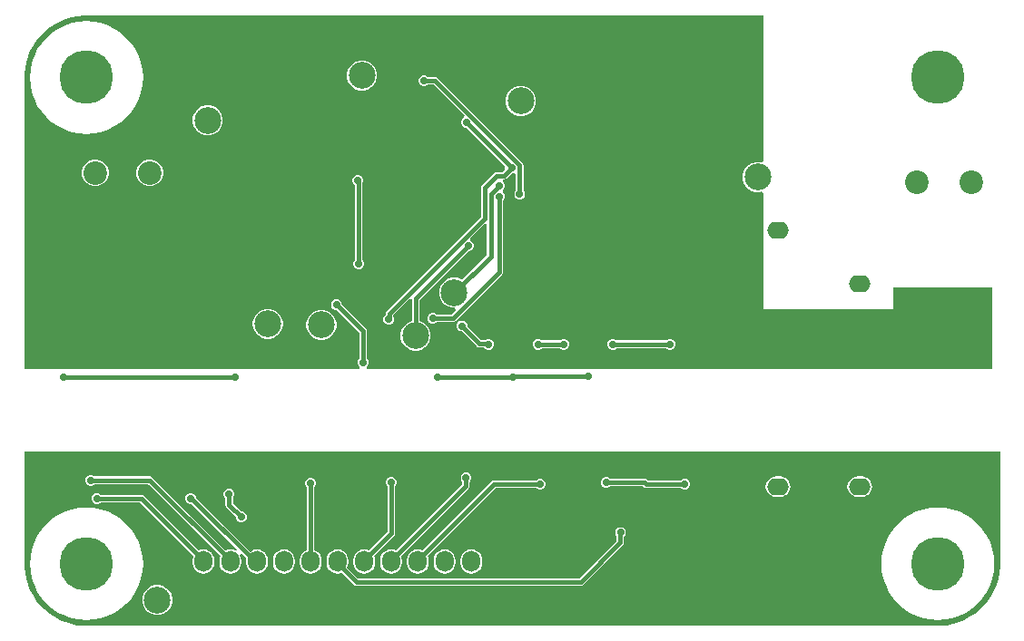
<source format=gbr>
%TF.GenerationSoftware,Altium Limited,Altium Designer,21.0.9 (235)*%
G04 Layer_Physical_Order=2*
G04 Layer_Color=16711680*
%FSLAX45Y45*%
%MOMM*%
%TF.SameCoordinates,71B597FC-B595-447E-897B-07A554CEBC7C*%
%TF.FilePolarity,Positive*%
%TF.FileFunction,Copper,L2,Bot,Signal*%
%TF.Part,Single*%
G01*
G75*
%TA.AperFunction,Conductor*%
%ADD25C,0.38100*%
%TA.AperFunction,ComponentPad*%
%ADD31C,2.50000*%
%ADD32C,5.00000*%
%ADD33C,2.20000*%
%ADD34O,2.00000X1.60000*%
G04:AMPARAMS|DCode=35|XSize=1.7mm|YSize=1.95mm|CornerRadius=0.85mm|HoleSize=0mm|Usage=FLASHONLY|Rotation=180.000|XOffset=0mm|YOffset=0mm|HoleType=Round|Shape=RoundedRectangle|*
%AMROUNDEDRECTD35*
21,1,1.70000,0.25000,0,0,180.0*
21,1,0.00000,1.95000,0,0,180.0*
1,1,1.70000,0.00000,0.12500*
1,1,1.70000,0.00000,0.12500*
1,1,1.70000,0.00000,-0.12500*
1,1,1.70000,0.00000,-0.12500*
%
%ADD35ROUNDEDRECTD35*%
G04:AMPARAMS|DCode=36|XSize=1.7mm|YSize=1.95mm|CornerRadius=0.1275mm|HoleSize=0mm|Usage=FLASHONLY|Rotation=180.000|XOffset=0mm|YOffset=0mm|HoleType=Round|Shape=RoundedRectangle|*
%AMROUNDEDRECTD36*
21,1,1.70000,1.69500,0,0,180.0*
21,1,1.44500,1.95000,0,0,180.0*
1,1,0.25500,-0.72250,0.84750*
1,1,0.25500,0.72250,0.84750*
1,1,0.25500,0.72250,-0.84750*
1,1,0.25500,-0.72250,-0.84750*
%
%ADD36ROUNDEDRECTD36*%
%TA.AperFunction,ViaPad*%
%ADD37C,0.50000*%
%ADD38C,0.70000*%
G36*
X7740000Y6049609D02*
X7740000Y4688216D01*
X7724133Y4676041D01*
X7708463Y4680240D01*
X7671537D01*
X7635869Y4670683D01*
X7603891Y4652220D01*
X7577780Y4626109D01*
X7559317Y4594131D01*
X7549760Y4558463D01*
Y4521537D01*
X7559317Y4485869D01*
X7577780Y4453891D01*
X7603891Y4427780D01*
X7635869Y4409317D01*
X7671537Y4399760D01*
X7708463D01*
X7724133Y4403959D01*
X7740000Y4391784D01*
Y3310000D01*
X8958238Y3310000D01*
Y3510000D01*
X9880000D01*
X9880000Y3310000D01*
Y2750000D01*
X4047182D01*
X4043293Y2757761D01*
X4041050Y2770000D01*
X4052591Y2781541D01*
X4060240Y2800007D01*
Y2819993D01*
X4052591Y2838459D01*
X4044962Y2846088D01*
Y3099999D01*
X4044962Y3100000D01*
X4042301Y3113379D01*
X4034722Y3124722D01*
X4034721Y3124722D01*
X3810240Y3349204D01*
Y3359993D01*
X3802591Y3378459D01*
X3788459Y3392591D01*
X3769993Y3400240D01*
X3750007D01*
X3731541Y3392591D01*
X3717409Y3378459D01*
X3709760Y3359993D01*
Y3340007D01*
X3717409Y3321541D01*
X3731541Y3307409D01*
X3750007Y3299760D01*
X3760796D01*
X3975038Y3085518D01*
Y2846088D01*
X3967409Y2838459D01*
X3959760Y2819993D01*
Y2800007D01*
X3967409Y2781541D01*
X3978950Y2770000D01*
X3976708Y2757761D01*
X3972819Y2750000D01*
X850391D01*
Y5470000D01*
Y5498475D01*
X855972Y5555149D01*
X867083Y5611005D01*
X883614Y5665499D01*
X905408Y5718115D01*
X932252Y5768337D01*
X963892Y5815689D01*
X1000018Y5859709D01*
X1040288Y5899979D01*
X1084311Y5936108D01*
X1131662Y5967747D01*
X1181885Y5994592D01*
X1234500Y6016386D01*
X1288997Y6032917D01*
X1344851Y6044028D01*
X1401525Y6049609D01*
X1430000Y6049609D01*
X7740000Y6049609D01*
D02*
G37*
G36*
X2473521Y1980000D02*
X9949609Y1980000D01*
Y930000D01*
Y901524D01*
X9944027Y844851D01*
X9932917Y788995D01*
X9916386Y734500D01*
X9894592Y681885D01*
X9867748Y631663D01*
X9836108Y584311D01*
X9799980Y540289D01*
X9759712Y500021D01*
X9715689Y463892D01*
X9668337Y432252D01*
X9618115Y405408D01*
X9565499Y383614D01*
X9511002Y367082D01*
X9455148Y355972D01*
X9398475Y350390D01*
X9370000Y350391D01*
X1430000D01*
X1401524Y350390D01*
X1344851Y355972D01*
X1288995Y367083D01*
X1234500Y383614D01*
X1181885Y405408D01*
X1131663Y432252D01*
X1084311Y463892D01*
X1040291Y500018D01*
X1000021Y540288D01*
X963892Y584311D01*
X932252Y631663D01*
X905408Y681885D01*
X883614Y734500D01*
X867082Y788997D01*
X855972Y844851D01*
X850390Y901524D01*
X850391Y930000D01*
Y1980000D01*
X2473521D01*
D02*
G37*
%LPC*%
G36*
X4018463Y5630240D02*
X3981537D01*
X3945869Y5620683D01*
X3913891Y5602220D01*
X3887780Y5576109D01*
X3869317Y5544131D01*
X3859760Y5508463D01*
Y5471537D01*
X3869317Y5435869D01*
X3887780Y5403891D01*
X3913891Y5377780D01*
X3945869Y5359317D01*
X3981537Y5349760D01*
X4018463D01*
X4054131Y5359317D01*
X4086109Y5377780D01*
X4112220Y5403891D01*
X4130683Y5435869D01*
X4140240Y5471537D01*
Y5508463D01*
X4130683Y5544131D01*
X4112220Y5576109D01*
X4086109Y5602220D01*
X4054131Y5620683D01*
X4018463Y5630240D01*
D02*
G37*
G36*
X5498463Y5390240D02*
X5461537D01*
X5425869Y5380683D01*
X5393891Y5362220D01*
X5367780Y5336109D01*
X5349317Y5304131D01*
X5339760Y5268463D01*
Y5231537D01*
X5349317Y5195869D01*
X5367780Y5163891D01*
X5393891Y5137780D01*
X5425869Y5119317D01*
X5461537Y5109760D01*
X5498463D01*
X5534131Y5119317D01*
X5566109Y5137780D01*
X5592220Y5163891D01*
X5610683Y5195869D01*
X5620240Y5231537D01*
Y5268463D01*
X5610683Y5304131D01*
X5592220Y5336109D01*
X5566109Y5362220D01*
X5534131Y5380683D01*
X5498463Y5390240D01*
D02*
G37*
G36*
X1430000Y5996367D02*
X1361295Y5991864D01*
X1293766Y5978432D01*
X1228568Y5956300D01*
X1166817Y5925847D01*
X1109568Y5887595D01*
X1057802Y5842198D01*
X1012405Y5790432D01*
X974153Y5733183D01*
X943700Y5671432D01*
X921568Y5606234D01*
X908136Y5538705D01*
X903633Y5470000D01*
X908136Y5401295D01*
X921568Y5333766D01*
X943700Y5268568D01*
X974153Y5206817D01*
X1012405Y5149568D01*
X1057802Y5097802D01*
X1109568Y5052405D01*
X1166817Y5014153D01*
X1228568Y4983700D01*
X1293766Y4961568D01*
X1361295Y4948136D01*
X1430000Y4943633D01*
X1498705Y4948136D01*
X1566234Y4961568D01*
X1631432Y4983700D01*
X1693183Y5014153D01*
X1750432Y5052405D01*
X1802198Y5097802D01*
X1847595Y5149568D01*
X1885847Y5206817D01*
X1916300Y5268568D01*
X1938431Y5333766D01*
X1951864Y5401295D01*
X1956367Y5470000D01*
X1951864Y5538705D01*
X1938431Y5606234D01*
X1916300Y5671432D01*
X1885847Y5733183D01*
X1847595Y5790432D01*
X1802198Y5842198D01*
X1750432Y5887595D01*
X1693183Y5925847D01*
X1631432Y5956300D01*
X1566234Y5978432D01*
X1498705Y5991864D01*
X1430000Y5996367D01*
D02*
G37*
G36*
X2578463Y5210240D02*
X2541537D01*
X2505869Y5200683D01*
X2473891Y5182220D01*
X2447780Y5156109D01*
X2429317Y5124131D01*
X2419760Y5088463D01*
Y5051537D01*
X2429317Y5015869D01*
X2447780Y4983891D01*
X2473891Y4957780D01*
X2505869Y4939317D01*
X2541537Y4929760D01*
X2578463D01*
X2614131Y4939317D01*
X2646109Y4957780D01*
X2672220Y4983891D01*
X2690683Y5015869D01*
X2700240Y5051537D01*
Y5088463D01*
X2690683Y5124131D01*
X2672220Y5156109D01*
X2646109Y5182220D01*
X2614131Y5200683D01*
X2578463Y5210240D01*
D02*
G37*
G36*
X2034489Y4705240D02*
X2001512D01*
X1969660Y4696705D01*
X1941101Y4680217D01*
X1917784Y4656899D01*
X1901295Y4628341D01*
X1892761Y4596488D01*
Y4563512D01*
X1901295Y4531659D01*
X1917784Y4503101D01*
X1941101Y4479783D01*
X1969660Y4463295D01*
X2001512Y4454760D01*
X2034489D01*
X2066341Y4463295D01*
X2094900Y4479783D01*
X2118218Y4503101D01*
X2134706Y4531659D01*
X2143241Y4563512D01*
Y4596488D01*
X2134706Y4628341D01*
X2118218Y4656899D01*
X2094900Y4680217D01*
X2066341Y4696705D01*
X2034489Y4705240D01*
D02*
G37*
G36*
X1526489D02*
X1493512D01*
X1461660Y4696705D01*
X1433101Y4680217D01*
X1409784Y4656899D01*
X1393295Y4628341D01*
X1384761Y4596488D01*
Y4563512D01*
X1393295Y4531659D01*
X1409784Y4503101D01*
X1433101Y4479783D01*
X1461660Y4463295D01*
X1493512Y4454760D01*
X1526489D01*
X1558341Y4463295D01*
X1586900Y4479783D01*
X1610218Y4503101D01*
X1626706Y4531659D01*
X1635241Y4563512D01*
Y4596488D01*
X1626706Y4628341D01*
X1610218Y4656899D01*
X1586900Y4680217D01*
X1558341Y4696705D01*
X1526489Y4705240D01*
D02*
G37*
G36*
X4587493Y5490240D02*
X4567507D01*
X4549041Y5482591D01*
X4534909Y5468459D01*
X4527260Y5449993D01*
Y5430007D01*
X4534909Y5411541D01*
X4549041Y5397409D01*
X4567507Y5389760D01*
X4587493D01*
X4605959Y5397409D01*
X4613588Y5405038D01*
X4666934D01*
X4953993Y5117979D01*
X4949300Y5094387D01*
X4944966Y5092591D01*
X4930833Y5078459D01*
X4923184Y5059993D01*
Y5040007D01*
X4930833Y5021541D01*
X4944966Y5007409D01*
X4963431Y4999760D01*
X4974221D01*
X5334140Y4639841D01*
Y4612216D01*
X5310894Y4588969D01*
X5254008D01*
X5240629Y4586308D01*
X5229286Y4578729D01*
X5229285Y4578729D01*
X5117345Y4466789D01*
X5109767Y4455447D01*
X5107105Y4442067D01*
Y4166549D01*
X4227338Y3286782D01*
X4219759Y3275439D01*
X4217098Y3262060D01*
Y3248148D01*
X4207409Y3238459D01*
X4199760Y3219993D01*
Y3200007D01*
X4207409Y3181541D01*
X4221541Y3167409D01*
X4240007Y3159760D01*
X4259993D01*
X4278459Y3167409D01*
X4292591Y3181541D01*
X4300240Y3200007D01*
Y3219993D01*
X4292591Y3238459D01*
X4287022Y3244028D01*
Y3247578D01*
X4445038Y3405594D01*
X4465038Y3397310D01*
Y3195819D01*
X4445869Y3190683D01*
X4413891Y3172220D01*
X4387780Y3146109D01*
X4369317Y3114131D01*
X4359760Y3078463D01*
Y3041537D01*
X4369317Y3005869D01*
X4387780Y2973891D01*
X4413891Y2947780D01*
X4445869Y2929317D01*
X4481537Y2919760D01*
X4518463D01*
X4554131Y2929317D01*
X4586109Y2947780D01*
X4612220Y2973891D01*
X4630683Y3005869D01*
X4640240Y3041537D01*
Y3078463D01*
X4630683Y3114131D01*
X4612220Y3146109D01*
X4586109Y3172220D01*
X4554131Y3190683D01*
X4534962Y3195819D01*
Y3395518D01*
X4989203Y3849760D01*
X4999993D01*
X5018459Y3857409D01*
X5032591Y3871541D01*
X5040240Y3890007D01*
Y3909993D01*
X5032591Y3928459D01*
X5018459Y3942591D01*
X5012703Y3944975D01*
X5008011Y3968567D01*
X5146560Y4107117D01*
X5165038Y4099463D01*
Y3814482D01*
X4931317Y3580760D01*
X4914131Y3590683D01*
X4878463Y3600240D01*
X4841537D01*
X4805869Y3590683D01*
X4773891Y3572220D01*
X4747780Y3546109D01*
X4729317Y3514131D01*
X4719760Y3478463D01*
Y3441537D01*
X4729317Y3405869D01*
X4747780Y3373891D01*
X4773891Y3347780D01*
X4805869Y3329317D01*
X4841537Y3319760D01*
X4867302D01*
X4875586Y3299760D01*
X4830788Y3254962D01*
X4696088D01*
X4688459Y3262591D01*
X4669993Y3270240D01*
X4650007D01*
X4631541Y3262591D01*
X4617409Y3248459D01*
X4609760Y3229993D01*
Y3210007D01*
X4617409Y3191541D01*
X4631541Y3177409D01*
X4650007Y3169760D01*
X4669993D01*
X4688459Y3177409D01*
X4696088Y3185038D01*
X4845270D01*
X4858649Y3187699D01*
X4869992Y3195278D01*
X5304721Y3630008D01*
X5304722Y3630008D01*
X5312301Y3641351D01*
X5314962Y3654730D01*
Y4323912D01*
X5322591Y4331541D01*
X5330240Y4350007D01*
Y4369993D01*
X5322591Y4388459D01*
X5313289Y4397761D01*
X5310280Y4410000D01*
X5313289Y4422239D01*
X5322591Y4431541D01*
X5330240Y4450007D01*
Y4469993D01*
X5322591Y4488459D01*
X5312004Y4499046D01*
X5316188Y4515734D01*
X5318136Y4519046D01*
X5325376D01*
X5338755Y4521707D01*
X5350098Y4529286D01*
X5396600Y4575788D01*
X5407390D01*
X5415038Y4578956D01*
X5435038Y4566488D01*
Y4416088D01*
X5427408Y4408459D01*
X5419760Y4389993D01*
Y4370006D01*
X5427408Y4351541D01*
X5441541Y4337409D01*
X5460006Y4329760D01*
X5479993D01*
X5498458Y4337409D01*
X5512591Y4351541D01*
X5520240Y4370006D01*
Y4389993D01*
X5512591Y4408459D01*
X5504962Y4416088D01*
Y4651414D01*
X5504962Y4651416D01*
X5502300Y4664795D01*
X5494722Y4676137D01*
X5494721Y4676138D01*
X4706137Y5464722D01*
X4694795Y5472300D01*
X4681415Y5474962D01*
X4613588D01*
X4605959Y5482591D01*
X4587493Y5490240D01*
D02*
G37*
G36*
X3969994Y4560240D02*
X3950007D01*
X3931542Y4552591D01*
X3917409Y4538459D01*
X3909760Y4519993D01*
Y4500006D01*
X3917409Y4481541D01*
X3930038Y4468912D01*
Y3761088D01*
X3927409Y3758459D01*
X3919760Y3739993D01*
Y3720007D01*
X3927409Y3701541D01*
X3941542Y3687409D01*
X3960007Y3679760D01*
X3979994D01*
X3998459Y3687409D01*
X4012591Y3701541D01*
X4020240Y3720007D01*
Y3739993D01*
X4012591Y3758459D01*
X3999962Y3771088D01*
Y4478912D01*
X4002591Y4481541D01*
X4010240Y4500006D01*
Y4519993D01*
X4002591Y4538459D01*
X3988459Y4552591D01*
X3969994Y4560240D01*
D02*
G37*
G36*
X3138463Y3310240D02*
X3101537D01*
X3065869Y3300683D01*
X3033891Y3282220D01*
X3007780Y3256109D01*
X2989317Y3224131D01*
X2979760Y3188463D01*
Y3151537D01*
X2989317Y3115869D01*
X3007780Y3083891D01*
X3033891Y3057780D01*
X3065869Y3039317D01*
X3101537Y3029760D01*
X3138463D01*
X3174131Y3039317D01*
X3206109Y3057780D01*
X3232220Y3083891D01*
X3250683Y3115869D01*
X3260240Y3151537D01*
Y3188463D01*
X3250683Y3224131D01*
X3232220Y3256109D01*
X3206109Y3282220D01*
X3174131Y3300683D01*
X3138463Y3310240D01*
D02*
G37*
G36*
X3638463Y3300240D02*
X3601537D01*
X3565869Y3290683D01*
X3533891Y3272220D01*
X3507780Y3246109D01*
X3489317Y3214131D01*
X3479760Y3178463D01*
Y3141537D01*
X3489317Y3105869D01*
X3507780Y3073891D01*
X3533891Y3047780D01*
X3565869Y3029317D01*
X3601537Y3019760D01*
X3638463D01*
X3674131Y3029317D01*
X3706109Y3047780D01*
X3732220Y3073891D01*
X3750683Y3105869D01*
X3760240Y3141537D01*
Y3178463D01*
X3750683Y3214131D01*
X3732220Y3246109D01*
X3706109Y3272220D01*
X3674131Y3290683D01*
X3638463Y3300240D01*
D02*
G37*
G36*
X6880234Y3030240D02*
X6860247D01*
X6841782Y3022591D01*
X6834152Y3014962D01*
X6375848D01*
X6368219Y3022591D01*
X6349753Y3030240D01*
X6329767D01*
X6311301Y3022591D01*
X6297169Y3008459D01*
X6289520Y2989993D01*
Y2970007D01*
X6297169Y2951541D01*
X6311301Y2937409D01*
X6329767Y2929760D01*
X6349753D01*
X6368219Y2937409D01*
X6375848Y2945038D01*
X6834152D01*
X6841782Y2937409D01*
X6860247Y2929760D01*
X6880234D01*
X6898699Y2937409D01*
X6912831Y2951541D01*
X6920480Y2970007D01*
Y2989993D01*
X6912831Y3008459D01*
X6898699Y3022591D01*
X6880234Y3030240D01*
D02*
G37*
G36*
X5890234D02*
X5870247D01*
X5851782Y3022591D01*
X5844153Y3014962D01*
X5675848D01*
X5668219Y3022591D01*
X5649753Y3030240D01*
X5629767D01*
X5611301Y3022591D01*
X5597169Y3008459D01*
X5589520Y2989993D01*
Y2970007D01*
X5597169Y2951541D01*
X5611301Y2937409D01*
X5629767Y2929760D01*
X5649753D01*
X5668219Y2937409D01*
X5675848Y2945038D01*
X5844153D01*
X5851782Y2937409D01*
X5870247Y2929760D01*
X5890234D01*
X5908699Y2937409D01*
X5922832Y2951541D01*
X5930481Y2970007D01*
Y2989993D01*
X5922832Y3008459D01*
X5908699Y3022591D01*
X5890234Y3030240D01*
D02*
G37*
G36*
X4939993Y3200240D02*
X4920007D01*
X4901541Y3192591D01*
X4887409Y3178459D01*
X4879760Y3159993D01*
Y3140007D01*
X4887409Y3121541D01*
X4901541Y3107409D01*
X4920007Y3099760D01*
X4930796D01*
X5069175Y2961382D01*
X5080517Y2953803D01*
X5093897Y2951142D01*
X5138049D01*
X5151782Y2937409D01*
X5170247Y2929760D01*
X5190234D01*
X5208699Y2937409D01*
X5222832Y2951541D01*
X5230481Y2970007D01*
Y2989993D01*
X5222832Y3008459D01*
X5208699Y3022591D01*
X5190234Y3030240D01*
X5170247D01*
X5151782Y3022591D01*
X5150256Y3021065D01*
X5108378D01*
X4980240Y3149204D01*
Y3159993D01*
X4972591Y3178459D01*
X4958459Y3192591D01*
X4939993Y3200240D01*
D02*
G37*
G36*
X6286942Y1737188D02*
X6266955D01*
X6248490Y1729539D01*
X6234357Y1715407D01*
X6226708Y1696941D01*
Y1676955D01*
X6234357Y1658489D01*
X6248490Y1644357D01*
X6266955Y1636708D01*
X6286942D01*
X6305407Y1644357D01*
X6313036Y1651986D01*
X6618259D01*
X6622809Y1647436D01*
X6634152Y1639858D01*
X6647531Y1637196D01*
X6647532Y1637196D01*
X6973339D01*
X6980968Y1629567D01*
X6999433Y1621918D01*
X7019420D01*
X7037885Y1629567D01*
X7052018Y1643700D01*
X7059667Y1662165D01*
Y1682152D01*
X7052018Y1700617D01*
X7037885Y1714749D01*
X7019420Y1722398D01*
X6999433D01*
X6980968Y1714749D01*
X6973339Y1707120D01*
X6662013D01*
X6657463Y1711670D01*
X6646120Y1719249D01*
X6632741Y1721910D01*
X6313036D01*
X6305407Y1729539D01*
X6286942Y1737188D01*
D02*
G37*
G36*
X5669993Y1720240D02*
X5650007D01*
X5631541Y1712591D01*
X5623912Y1704962D01*
X5227501D01*
X5214121Y1702300D01*
X5202779Y1694722D01*
X4561759Y1053702D01*
X4546168Y1060160D01*
X4520000Y1063605D01*
X4493832Y1060160D01*
X4469448Y1050059D01*
X4448508Y1033992D01*
X4432441Y1013052D01*
X4422340Y988668D01*
X4418895Y962500D01*
Y937500D01*
X4422340Y911332D01*
X4432441Y886947D01*
X4448508Y866008D01*
X4469448Y849941D01*
X4493832Y839840D01*
X4520000Y836395D01*
X4546168Y839840D01*
X4570552Y849941D01*
X4591492Y866008D01*
X4607559Y886947D01*
X4617660Y911332D01*
X4621105Y937500D01*
Y962500D01*
X4617660Y988668D01*
X4611202Y1004258D01*
X5241982Y1635038D01*
X5623912D01*
X5631541Y1627409D01*
X5650007Y1619760D01*
X5669993D01*
X5688459Y1627409D01*
X5702591Y1641541D01*
X5710240Y1660007D01*
Y1679993D01*
X5702591Y1698459D01*
X5688459Y1712591D01*
X5669993Y1720240D01*
D02*
G37*
G36*
X7900000Y1746062D02*
X7860000D01*
X7835137Y1742788D01*
X7811969Y1733192D01*
X7792074Y1717926D01*
X7776808Y1698031D01*
X7767211Y1674863D01*
X7763938Y1650000D01*
X7767211Y1625137D01*
X7776808Y1601969D01*
X7792074Y1582074D01*
X7811969Y1566808D01*
X7835137Y1557212D01*
X7860000Y1553938D01*
X7900000D01*
X7924863Y1557212D01*
X7948031Y1566808D01*
X7967926Y1582074D01*
X7983192Y1601969D01*
X7992789Y1625137D01*
X7996062Y1650000D01*
X7992789Y1674863D01*
X7983192Y1698031D01*
X7967926Y1717926D01*
X7948031Y1733192D01*
X7924863Y1742788D01*
X7900000Y1746062D01*
D02*
G37*
G36*
X8662000Y1746062D02*
X8622000D01*
X8597137Y1742788D01*
X8573969Y1733192D01*
X8554074Y1717926D01*
X8538808Y1698031D01*
X8529212Y1674862D01*
X8525938Y1650000D01*
X8529212Y1625137D01*
X8538808Y1601969D01*
X8554074Y1582074D01*
X8573969Y1566808D01*
X8597137Y1557211D01*
X8622000Y1553938D01*
X8662000D01*
X8686863Y1557211D01*
X8710031Y1566808D01*
X8729926Y1582074D01*
X8745192Y1601969D01*
X8754789Y1625137D01*
X8758062Y1650000D01*
X8754789Y1674862D01*
X8745192Y1698031D01*
X8729926Y1717926D01*
X8710031Y1733192D01*
X8686863Y1742788D01*
X8662000Y1746062D01*
D02*
G37*
G36*
X2769993Y1630240D02*
X2750007D01*
X2731541Y1622591D01*
X2717409Y1608459D01*
X2709760Y1589993D01*
Y1570007D01*
X2717409Y1551541D01*
X2725038Y1543912D01*
Y1477368D01*
X2727700Y1463988D01*
X2735278Y1452646D01*
X2822075Y1365849D01*
Y1355059D01*
X2829724Y1336594D01*
X2843857Y1322461D01*
X2862322Y1314812D01*
X2882309D01*
X2900774Y1322461D01*
X2914907Y1336594D01*
X2922555Y1355059D01*
Y1375046D01*
X2914907Y1393511D01*
X2900774Y1407644D01*
X2882309Y1415292D01*
X2871519D01*
X2794962Y1491849D01*
Y1543912D01*
X2802591Y1551541D01*
X2810240Y1570007D01*
Y1589993D01*
X2802591Y1608459D01*
X2788459Y1622591D01*
X2769993Y1630240D01*
D02*
G37*
G36*
X4979993Y1780240D02*
X4960007D01*
X4941541Y1772591D01*
X4927409Y1758459D01*
X4919760Y1739993D01*
Y1720007D01*
X4927409Y1701541D01*
X4928935Y1700016D01*
Y1670878D01*
X4311758Y1053702D01*
X4296168Y1060160D01*
X4270000Y1063605D01*
X4243832Y1060160D01*
X4219448Y1050059D01*
X4198508Y1033992D01*
X4182441Y1013052D01*
X4172340Y988668D01*
X4168895Y962500D01*
Y937500D01*
X4172340Y911332D01*
X4182441Y886947D01*
X4198508Y866008D01*
X4219448Y849941D01*
X4243832Y839840D01*
X4270000Y836395D01*
X4296168Y839840D01*
X4320552Y849941D01*
X4341492Y866008D01*
X4357559Y886947D01*
X4367660Y911332D01*
X4371105Y937500D01*
Y962500D01*
X4367660Y988668D01*
X4361202Y1004258D01*
X4988618Y1631674D01*
X4996197Y1643017D01*
X4998858Y1656396D01*
X4998858Y1656397D01*
Y1687808D01*
X5012591Y1701541D01*
X5020240Y1720007D01*
Y1739993D01*
X5012591Y1758459D01*
X4998459Y1772591D01*
X4979993Y1780240D01*
D02*
G37*
G36*
X4279993Y1740240D02*
X4260007D01*
X4241541Y1732591D01*
X4227409Y1718459D01*
X4219760Y1699993D01*
Y1680007D01*
X4227409Y1661541D01*
X4235038Y1653912D01*
Y1226982D01*
X4061758Y1053702D01*
X4046168Y1060160D01*
X4020000Y1063605D01*
X3993832Y1060160D01*
X3969448Y1050059D01*
X3948508Y1033992D01*
X3932441Y1013052D01*
X3922340Y988668D01*
X3918895Y962500D01*
Y937500D01*
X3922340Y911332D01*
X3932441Y886947D01*
X3948508Y866008D01*
X3969448Y849941D01*
X3993832Y839840D01*
X4020000Y836395D01*
X4046168Y839840D01*
X4070552Y849941D01*
X4091492Y866008D01*
X4107559Y886947D01*
X4117660Y911332D01*
X4121105Y937500D01*
Y962500D01*
X4117660Y988668D01*
X4111202Y1004258D01*
X4294721Y1187778D01*
X4294722Y1187778D01*
X4302301Y1199121D01*
X4304962Y1212500D01*
X4304962Y1212501D01*
Y1653912D01*
X4312591Y1661541D01*
X4320240Y1680007D01*
Y1699993D01*
X4312591Y1718459D01*
X4298459Y1732591D01*
X4279993Y1740240D01*
D02*
G37*
G36*
X5020000Y1063605D02*
X4993832Y1060160D01*
X4969448Y1050059D01*
X4948508Y1033992D01*
X4932441Y1013052D01*
X4922340Y988668D01*
X4918895Y962500D01*
Y937500D01*
X4922340Y911332D01*
X4932441Y886947D01*
X4948508Y866008D01*
X4969448Y849941D01*
X4993832Y839840D01*
X5020000Y836395D01*
X5046168Y839840D01*
X5070552Y849941D01*
X5091492Y866008D01*
X5107559Y886947D01*
X5117660Y911332D01*
X5121105Y937500D01*
Y962500D01*
X5117660Y988668D01*
X5107559Y1013052D01*
X5091492Y1033992D01*
X5070552Y1050059D01*
X5046168Y1060160D01*
X5020000Y1063605D01*
D02*
G37*
G36*
X4770000D02*
X4743832Y1060160D01*
X4719448Y1050059D01*
X4698508Y1033992D01*
X4682441Y1013052D01*
X4672340Y988668D01*
X4668895Y962500D01*
Y937500D01*
X4672340Y911332D01*
X4682441Y886947D01*
X4698508Y866008D01*
X4719448Y849941D01*
X4743832Y839840D01*
X4770000Y836395D01*
X4796168Y839840D01*
X4820552Y849941D01*
X4841492Y866008D01*
X4857559Y886947D01*
X4867660Y911332D01*
X4871105Y937500D01*
Y962500D01*
X4867660Y988668D01*
X4857559Y1013052D01*
X4841492Y1033992D01*
X4820552Y1050059D01*
X4796168Y1060160D01*
X4770000Y1063605D01*
D02*
G37*
G36*
X3529993Y1730240D02*
X3510007D01*
X3491541Y1722591D01*
X3477409Y1708459D01*
X3469760Y1689993D01*
Y1670007D01*
X3477409Y1651541D01*
X3485038Y1643912D01*
Y1056517D01*
X3469448Y1050059D01*
X3448508Y1033992D01*
X3432441Y1013052D01*
X3422340Y988668D01*
X3418895Y962500D01*
Y937500D01*
X3422340Y911332D01*
X3432441Y886947D01*
X3448508Y866008D01*
X3469448Y849941D01*
X3493832Y839840D01*
X3520000Y836395D01*
X3546168Y839840D01*
X3570552Y849941D01*
X3591492Y866008D01*
X3607559Y886947D01*
X3617660Y911332D01*
X3621105Y937500D01*
Y962500D01*
X3617660Y988668D01*
X3607559Y1013052D01*
X3591492Y1033992D01*
X3570552Y1050059D01*
X3554962Y1056517D01*
Y1643912D01*
X3562591Y1651541D01*
X3570240Y1670007D01*
Y1689993D01*
X3562591Y1708459D01*
X3548459Y1722591D01*
X3529993Y1730240D01*
D02*
G37*
G36*
X3270000Y1063605D02*
X3243832Y1060160D01*
X3219448Y1050059D01*
X3198508Y1033992D01*
X3182441Y1013052D01*
X3172340Y988668D01*
X3168895Y962500D01*
Y937500D01*
X3172340Y911332D01*
X3182441Y886947D01*
X3198508Y866008D01*
X3219448Y849941D01*
X3243832Y839840D01*
X3270000Y836395D01*
X3296168Y839840D01*
X3320552Y849941D01*
X3341492Y866008D01*
X3357559Y886947D01*
X3367660Y911332D01*
X3371105Y937500D01*
Y962500D01*
X3367660Y988668D01*
X3357559Y1013052D01*
X3341492Y1033992D01*
X3320552Y1050059D01*
X3296168Y1060160D01*
X3270000Y1063605D01*
D02*
G37*
G36*
X1479993Y1760240D02*
X1460007D01*
X1441541Y1752591D01*
X1427409Y1738459D01*
X1419760Y1719993D01*
Y1700007D01*
X1427409Y1681541D01*
X1441541Y1667409D01*
X1460007Y1659760D01*
X1479993D01*
X1498459Y1667409D01*
X1506088Y1675038D01*
X2005518D01*
X2678066Y1002491D01*
X2672340Y988668D01*
X2668895Y962500D01*
Y937500D01*
X2672340Y911332D01*
X2682441Y886947D01*
X2698508Y866008D01*
X2719448Y849941D01*
X2743832Y839840D01*
X2770000Y836395D01*
X2796168Y839840D01*
X2820552Y849941D01*
X2841492Y866008D01*
X2857559Y886947D01*
X2867660Y911332D01*
X2871105Y937500D01*
Y962500D01*
X2867660Y988668D01*
X2857559Y1013052D01*
X2856594Y1014310D01*
X2871664Y1027525D01*
X2920965Y978223D01*
X2918895Y962500D01*
Y937500D01*
X2922340Y911332D01*
X2932441Y886947D01*
X2948508Y866008D01*
X2969448Y849941D01*
X2993832Y839840D01*
X3020000Y836395D01*
X3046168Y839840D01*
X3070552Y849941D01*
X3091492Y866008D01*
X3107559Y886947D01*
X3117660Y911332D01*
X3121105Y937500D01*
Y962500D01*
X3117660Y988668D01*
X3107559Y1013052D01*
X3091492Y1033992D01*
X3070552Y1050059D01*
X3046168Y1060160D01*
X3020000Y1063605D01*
X2993832Y1060160D01*
X2969448Y1050059D01*
X2957321Y1040754D01*
X2450240Y1547836D01*
Y1549993D01*
X2442591Y1568459D01*
X2428459Y1582591D01*
X2409993Y1590240D01*
X2390007D01*
X2371541Y1582591D01*
X2357409Y1568459D01*
X2349760Y1549993D01*
Y1530007D01*
X2357409Y1511541D01*
X2371541Y1497409D01*
X2390007Y1489760D01*
X2409428D01*
X2835025Y1064163D01*
X2821810Y1049094D01*
X2820552Y1050059D01*
X2796168Y1060160D01*
X2770000Y1063605D01*
X2743832Y1060160D01*
X2726474Y1052969D01*
X2044722Y1734722D01*
X2033379Y1742300D01*
X2020000Y1744962D01*
X1506088D01*
X1498459Y1752591D01*
X1479993Y1760240D01*
D02*
G37*
G36*
X1535465Y1590240D02*
X1515478D01*
X1497013Y1582591D01*
X1482880Y1568459D01*
X1475232Y1549993D01*
Y1530007D01*
X1482880Y1511541D01*
X1497013Y1497409D01*
X1515478Y1489760D01*
X1535465D01*
X1553930Y1497409D01*
X1561560Y1505038D01*
X1928018D01*
X2428798Y1004258D01*
X2422340Y988668D01*
X2418895Y962500D01*
Y937500D01*
X2422340Y911332D01*
X2432441Y886947D01*
X2448508Y866008D01*
X2469448Y849941D01*
X2493832Y839840D01*
X2520000Y836395D01*
X2546168Y839840D01*
X2570552Y849941D01*
X2591492Y866008D01*
X2607559Y886947D01*
X2617660Y911332D01*
X2621105Y937500D01*
Y962500D01*
X2617660Y988668D01*
X2607559Y1013052D01*
X2591492Y1033992D01*
X2570552Y1050059D01*
X2546168Y1060160D01*
X2520000Y1063605D01*
X2493832Y1060160D01*
X2478242Y1053702D01*
X1967222Y1564722D01*
X1955880Y1572300D01*
X1942500Y1574962D01*
X1561560D01*
X1553930Y1582591D01*
X1535465Y1590240D01*
D02*
G37*
G36*
X6419993Y1270240D02*
X6400007D01*
X6381541Y1262591D01*
X6367409Y1248459D01*
X6359760Y1229993D01*
Y1210007D01*
X6367409Y1191541D01*
X6372888Y1186062D01*
Y1142331D01*
X6025518Y794962D01*
X3961982D01*
X3861202Y895742D01*
X3867660Y911332D01*
X3871105Y937500D01*
Y962500D01*
X3867660Y988668D01*
X3857559Y1013052D01*
X3841492Y1033992D01*
X3820552Y1050059D01*
X3796168Y1060160D01*
X3770000Y1063605D01*
X3743832Y1060160D01*
X3719448Y1050059D01*
X3698508Y1033992D01*
X3682441Y1013052D01*
X3672340Y988668D01*
X3668895Y962500D01*
Y937500D01*
X3672340Y911332D01*
X3682441Y886947D01*
X3698508Y866008D01*
X3719448Y849941D01*
X3743832Y839840D01*
X3770000Y836395D01*
X3796168Y839840D01*
X3811758Y846298D01*
X3922778Y735278D01*
X3934121Y727700D01*
X3947500Y725038D01*
X6040000D01*
X6053380Y727700D01*
X6064722Y735278D01*
X6432571Y1103128D01*
X6432572Y1103128D01*
X6440150Y1114471D01*
X6442812Y1127850D01*
X6442812Y1127851D01*
Y1181762D01*
X6452591Y1191541D01*
X6460240Y1210007D01*
Y1229993D01*
X6452591Y1248459D01*
X6438459Y1262591D01*
X6419993Y1270240D01*
D02*
G37*
G36*
X2108463Y730240D02*
X2071537D01*
X2035869Y720683D01*
X2003891Y702220D01*
X1977780Y676109D01*
X1959317Y644131D01*
X1949760Y608463D01*
Y571537D01*
X1959317Y535869D01*
X1977780Y503891D01*
X2003891Y477780D01*
X2035869Y459317D01*
X2071537Y449760D01*
X2108463D01*
X2144131Y459317D01*
X2176109Y477780D01*
X2202220Y503891D01*
X2220683Y535869D01*
X2230240Y571537D01*
Y608463D01*
X2220683Y644131D01*
X2202220Y676109D01*
X2176109Y702220D01*
X2144131Y720683D01*
X2108463Y730240D01*
D02*
G37*
G36*
X9370000Y1456367D02*
X9301295Y1451864D01*
X9233766Y1438431D01*
X9168568Y1416300D01*
X9106816Y1385847D01*
X9049568Y1347595D01*
X8997802Y1302198D01*
X8952405Y1250432D01*
X8914153Y1193183D01*
X8883700Y1131432D01*
X8861569Y1066234D01*
X8848136Y998705D01*
X8843633Y930000D01*
X8848136Y861295D01*
X8861569Y793766D01*
X8883700Y728568D01*
X8914153Y666817D01*
X8952405Y609568D01*
X8997802Y557802D01*
X9049568Y512405D01*
X9106816Y474153D01*
X9168568Y443700D01*
X9233766Y421568D01*
X9301295Y408136D01*
X9370000Y403633D01*
X9438705Y408136D01*
X9506234Y421568D01*
X9571432Y443700D01*
X9633184Y474153D01*
X9690432Y512405D01*
X9742198Y557802D01*
X9787595Y609568D01*
X9825847Y666817D01*
X9856300Y728568D01*
X9878432Y793766D01*
X9891864Y861295D01*
X9896367Y930000D01*
X9891864Y998705D01*
X9878432Y1066234D01*
X9856300Y1131432D01*
X9825847Y1193183D01*
X9787595Y1250432D01*
X9742198Y1302198D01*
X9690432Y1347595D01*
X9633184Y1385847D01*
X9571432Y1416300D01*
X9506234Y1438431D01*
X9438705Y1451864D01*
X9370000Y1456367D01*
D02*
G37*
G36*
X1430000D02*
X1361295Y1451864D01*
X1293766Y1438431D01*
X1228568Y1416300D01*
X1166817Y1385847D01*
X1109568Y1347595D01*
X1057802Y1302198D01*
X1012405Y1250432D01*
X974153Y1193183D01*
X943700Y1131432D01*
X921568Y1066234D01*
X908136Y998705D01*
X903633Y930000D01*
X908136Y861295D01*
X921568Y793766D01*
X943700Y728568D01*
X974153Y666817D01*
X1012405Y609568D01*
X1057802Y557802D01*
X1109568Y512405D01*
X1166817Y474153D01*
X1228568Y443700D01*
X1293766Y421568D01*
X1361295Y408136D01*
X1430000Y403633D01*
X1498705Y408136D01*
X1566234Y421568D01*
X1631432Y443700D01*
X1693183Y474153D01*
X1750432Y512405D01*
X1802198Y557802D01*
X1847595Y609568D01*
X1885847Y666817D01*
X1916300Y728568D01*
X1938431Y793766D01*
X1951864Y861295D01*
X1956367Y930000D01*
X1951864Y998705D01*
X1938431Y1066234D01*
X1916300Y1131432D01*
X1885847Y1193183D01*
X1847595Y1250432D01*
X1802198Y1302198D01*
X1750432Y1347595D01*
X1693183Y1385847D01*
X1631432Y1416300D01*
X1566234Y1438431D01*
X1498705Y1451864D01*
X1430000Y1456367D01*
D02*
G37*
%LPD*%
D25*
X4500000Y3410000D02*
X4990000Y3900000D01*
X4252060Y3262060D02*
X5142067Y4152067D01*
X4252060Y3212060D02*
Y3262060D01*
X5142067Y4152067D02*
Y4442067D01*
X4500000Y3060000D02*
Y3410000D01*
X4250000Y3210000D02*
X4252060Y3212060D01*
X2520001Y950000D02*
Y962499D01*
X1525472Y1540000D02*
X1942500D01*
X2520001Y962499D01*
X4010000Y2810000D02*
Y3100000D01*
X3760000Y3350000D02*
X4010000Y3100000D01*
X6339760Y2980000D02*
X6870240D01*
X5639760D02*
X5880241D01*
X4930000Y3150000D02*
X5093897Y2986104D01*
X5174137D01*
X5180241Y2980000D01*
X4860000Y3460000D02*
X5200000Y3800000D01*
Y4380000D01*
X5280000Y4460000D01*
Y3654730D02*
Y4360000D01*
X5470000Y4380000D02*
Y4651416D01*
X4845270Y3220000D02*
X5280000Y3654730D01*
X5142067Y4442067D02*
X5254008Y4554008D01*
X4660000Y3220000D02*
X4845270D01*
X6276948Y1686948D02*
X6632741D01*
X6647531Y1672158D02*
X7009427D01*
X6632741Y1686948D02*
X6647531Y1672158D01*
X3965000Y3735000D02*
X3970000Y3730000D01*
X3965000Y3735000D02*
Y4505000D01*
X3960000Y4510000D02*
X3965000Y4505000D01*
X4270000Y1212500D02*
Y1690000D01*
X4020001Y962500D02*
X4270000Y1212500D01*
X4020001Y962500D02*
Y962500D01*
X3520000Y950000D02*
X3520001Y950000D01*
X3520000Y950000D02*
Y1680000D01*
X6407850Y1127850D02*
Y1217850D01*
X6410000Y1220000D01*
X6040000Y760000D02*
X6407850Y1127850D01*
X3947500Y760000D02*
X6040000D01*
X3770000Y937500D02*
X3947500Y760000D01*
X3770000Y937500D02*
Y950000D01*
X4681415Y5440000D02*
X5470000Y4651416D01*
X4577500Y5440000D02*
X4681415D01*
X4973424Y5050000D02*
X5397396Y4626028D01*
X5325376Y4554008D02*
X5397396Y4626028D01*
X5254008Y4554008D02*
X5325376D01*
X4963896Y1656396D02*
Y1723896D01*
X4970000Y1730000D01*
X4270001Y962500D02*
X4963896Y1656396D01*
X4270001Y962500D02*
Y962500D01*
X2760000Y1477368D02*
Y1580000D01*
Y1477368D02*
X2872315Y1365052D01*
X1470000Y1710000D02*
X2020000D01*
X2770000Y960000D01*
Y950000D02*
Y960000D01*
X4520001Y962500D02*
X5227501Y1670000D01*
X5660000D01*
X2400000Y1540000D02*
X2408632D01*
X2998632Y950000D01*
X3020000D01*
X4707999Y2675000D02*
X5406999D01*
X5408634Y2676635D01*
X6105767D01*
X6107402Y2678270D01*
X1213000Y2675000D02*
X2812999D01*
X1213000Y2675000D02*
X1213000Y2675000D01*
D31*
X5950000Y960000D02*
D03*
X7690000Y4540000D02*
D03*
X2560000Y5070000D02*
D03*
X3120000Y3170000D02*
D03*
X4500000Y3060000D02*
D03*
X3620000Y3160000D02*
D03*
X7570000Y5530000D02*
D03*
X2090000Y590000D02*
D03*
X5480000Y5250000D02*
D03*
X4000000Y5490000D02*
D03*
X4860000Y3460000D02*
D03*
D32*
X1430000Y5470000D02*
D03*
X9370000D02*
D03*
X1430000Y930000D02*
D03*
X9370000D02*
D03*
D33*
X9680000Y4489984D02*
D03*
X9172000D02*
D03*
X2018001Y4580000D02*
D03*
X1510001D02*
D03*
X2018001Y3410000D02*
D03*
X1510001D02*
D03*
X9680000Y3319984D02*
D03*
X9172000D02*
D03*
D34*
X8642000Y1650000D02*
D03*
Y3540000D02*
D03*
X7880000Y4040000D02*
D03*
Y1650000D02*
D03*
D35*
X5020000Y950000D02*
D03*
X4770000D02*
D03*
X4520000D02*
D03*
X4270000D02*
D03*
X4020000D02*
D03*
X3770000D02*
D03*
X3520000D02*
D03*
X3270000D02*
D03*
X3020000D02*
D03*
X2770000D02*
D03*
X2520000D02*
D03*
D36*
X5270000D02*
D03*
D37*
X4690001Y4302500D02*
D03*
Y4822500D02*
D03*
Y4562500D02*
D03*
Y4692500D02*
D03*
X4820001Y4432500D02*
D03*
Y4302500D02*
D03*
X4950001Y4432500D02*
D03*
X4690001D02*
D03*
X4950001Y4302500D02*
D03*
X4820001Y4562500D02*
D03*
Y4692500D02*
D03*
Y4822500D02*
D03*
X4950001Y4692500D02*
D03*
Y4822500D02*
D03*
Y4562500D02*
D03*
D38*
X6240000Y3590000D02*
D03*
X6900000Y3400000D02*
D03*
Y3600000D02*
D03*
X5990000Y3590000D02*
D03*
X6240000Y3380000D02*
D03*
X4990000Y3900000D02*
D03*
X1525472Y1540000D02*
D03*
X4010000Y2810000D02*
D03*
X5520000Y3930000D02*
D03*
X7140000Y3600000D02*
D03*
X6870240Y2980000D02*
D03*
X6339760D02*
D03*
X5880241D02*
D03*
X5639760D02*
D03*
X5180241D02*
D03*
X4930000Y3150000D02*
D03*
X5280000Y4460000D02*
D03*
X7360000Y3400000D02*
D03*
X5280000Y4360000D02*
D03*
X7140000Y3400000D02*
D03*
X7350000Y3600000D02*
D03*
X5470000Y4380000D02*
D03*
X7040000Y3230000D02*
D03*
X7350000Y3220000D02*
D03*
X4577500Y5250000D02*
D03*
X6276948Y1686948D02*
D03*
X7009427Y1672158D02*
D03*
X3970000Y3730000D02*
D03*
X3960000Y4510000D02*
D03*
X2558999Y1928901D02*
D03*
X4270000Y1690000D02*
D03*
X3520000Y1680000D02*
D03*
X2470000Y3630000D02*
D03*
X2670000D02*
D03*
Y3810000D02*
D03*
X2470000D02*
D03*
X6410000Y1220000D02*
D03*
X4577500Y5440000D02*
D03*
X4973424Y5050000D02*
D03*
X5397396Y4626028D02*
D03*
X4250000Y3210000D02*
D03*
X1860000Y2806099D02*
D03*
X4970000Y1730000D02*
D03*
X2760000Y1580000D02*
D03*
X2872315Y1365052D02*
D03*
X3564000Y2806099D02*
D03*
X1470000Y1710000D02*
D03*
X5660000Y1670000D02*
D03*
X2400000Y1540000D02*
D03*
X4660000Y3220000D02*
D03*
X4388902Y3917500D02*
D03*
X5406999Y2675000D02*
D03*
X4707999D02*
D03*
X6107402Y2678270D02*
D03*
X4310000Y3550000D02*
D03*
X4263000Y2806099D02*
D03*
X3760000Y3350000D02*
D03*
X1860000Y1928901D02*
D03*
X2812999Y2675000D02*
D03*
X1213000Y2675000D02*
D03*
X3880000Y3880000D02*
D03*
X6750000Y1500000D02*
D03*
X5410000Y3220000D02*
D03*
X6030000D02*
D03*
X5990000Y3380000D02*
D03*
X5690000Y3590000D02*
D03*
Y3380000D02*
D03*
X5410000D02*
D03*
%TF.MD5,fa57d9548b5be5bd3a82136f1238e152*%
M02*

</source>
